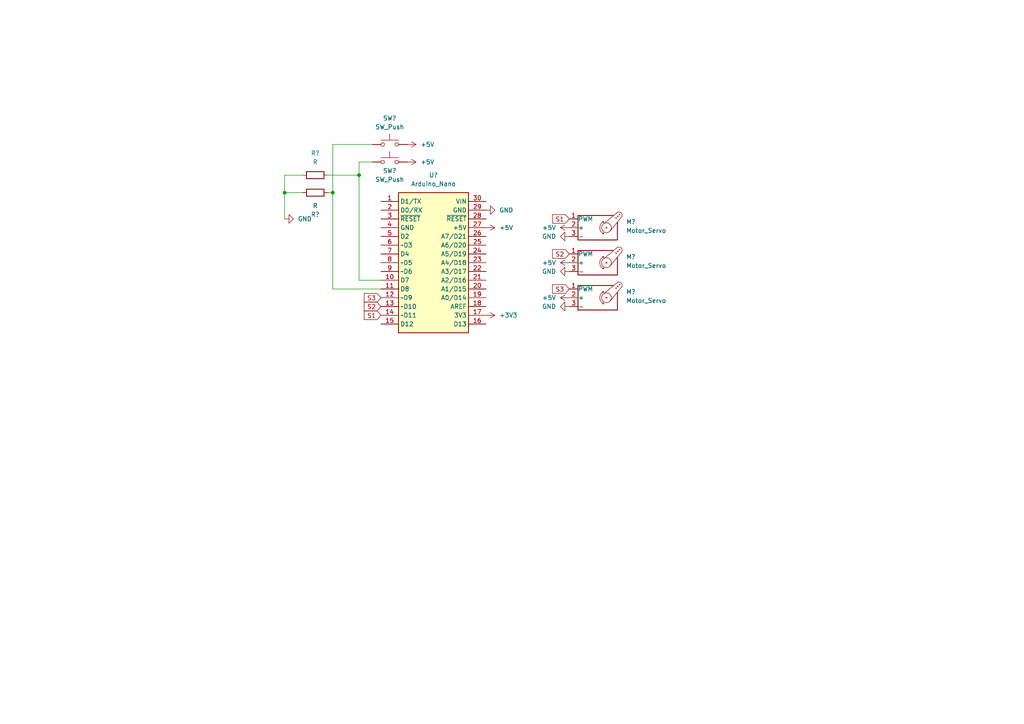
<source format=kicad_sch>
(kicad_sch (version 20211123) (generator eeschema)
  (paper "A4")
  (lib_symbols
    (symbol "Arduino:Arduino_Nano"
      (property "Reference" "U" (at -10.16 24.13 0))
      (property "Value" "Arduino_Nano" (at -10.16 22.86 0))
      (symbol "Arduino_Nano_0_1"
        (rectangle (start -10.16 20.32) (end 10.16 -20.32) (stroke (width 0.254)) (fill (type background)))
      )
      (symbol "Arduino_Nano_1_1"
        (pin bidirectional line (at -15.24 17.78 0) (length 5.08) (name "D1/TX") (number "1"))
        (pin bidirectional line (at -15.24 -5.08 0) (length 5.08) (name "D7") (number "10"))
        (pin bidirectional line (at -15.24 -7.62 0) (length 5.08) (name "D8") (number "11"))
        (pin bidirectional line (at -15.24 -10.16 0) (length 5.08) (name "~D9") (number "12"))
        (pin bidirectional line (at -15.24 -12.7 0) (length 5.08) (name "~D10") (number "13"))
        (pin bidirectional line (at -15.24 -15.24 0) (length 5.08) (name "~D11") (number "14"))
        (pin bidirectional line (at -15.24 -17.78 0) (length 5.08) (name "D12") (number "15"))
        (pin bidirectional line (at 15.24 -17.78 180) (length 5.08) (name "D13") (number "16"))
        (pin power_out line (at 15.24 -15.24 180) (length 5.08) (name "3V3") (number "17"))
        (pin input line (at 15.24 -12.7 180) (length 5.08) (name "AREF") (number "18"))
        (pin bidirectional line (at 15.24 -10.16 180) (length 5.08) (name "A0/D14") (number "19"))
        (pin bidirectional line (at -15.24 15.24 0) (length 5.08) (name "D0/RX") (number "2"))
        (pin bidirectional line (at 15.24 -7.62 180) (length 5.08) (name "A1/D15") (number "20"))
        (pin bidirectional line (at 15.24 -5.08 180) (length 5.08) (name "A2/D16") (number "21"))
        (pin bidirectional line (at 15.24 -2.54 180) (length 5.08) (name "A3/D17") (number "22"))
        (pin bidirectional line (at 15.24 0 180) (length 5.08) (name "A4/D18") (number "23"))
        (pin bidirectional line (at 15.24 2.54 180) (length 5.08) (name "A5/D19") (number "24"))
        (pin bidirectional line (at 15.24 5.08 180) (length 5.08) (name "A6/D20") (number "25"))
        (pin bidirectional line (at 15.24 7.62 180) (length 5.08) (name "A7/D21") (number "26"))
        (pin power_out line (at 15.24 10.16 180) (length 5.08) (name "+5V") (number "27"))
        (pin input line (at 15.24 12.7 180) (length 5.08) (name "~{RESET}") (number "28"))
        (pin power_in line (at 15.24 15.24 180) (length 5.08) (name "GND") (number "29"))
        (pin input line (at -15.24 12.7 0) (length 5.08) (name "~{RESET}") (number "3"))
        (pin power_in line (at 15.24 17.78 180) (length 5.08) (name "VIN") (number "30"))
        (pin power_in line (at -15.24 10.16 0) (length 5.08) (name "GND") (number "4"))
        (pin bidirectional line (at -15.24 7.62 0) (length 5.08) (name "D2") (number "5"))
        (pin bidirectional line (at -15.24 5.08 0) (length 5.08) (name "~D3") (number "6"))
        (pin bidirectional line (at -15.24 2.54 0) (length 5.08) (name "D4") (number "7"))
        (pin bidirectional line (at -15.24 0 0) (length 5.08) (name "~D5") (number "8"))
        (pin bidirectional line (at -15.24 -2.54 0) (length 5.08) (name "~D6") (number "9"))
      )
    )
    (symbol "Device:R" (pin_numbers hide) (pin_names (offset 0))
      (property "Reference" "R" (at 2.032 0 90))
      (property "Value" "R" (at 0 0 90))
      (symbol "R_0_1"
        (rectangle (start -1.016 -2.54) (end 1.016 2.54) (stroke (width 0.254)))
      )
      (symbol "R_1_1"
        (pin passive line (at 0 3.81 270) (length 1.27) (name "~") (number "1"))
        (pin passive line (at 0 -3.81 90) (length 1.27) (name "~") (number "2"))
      )
    )
    (symbol "Motor:Motor_Servo" (pin_names (offset 0.0254))
      (property "Reference" "M" (at -5.08 4.445 0))
      (property "Value" "Motor_Servo" (at -5.08 -4.064 0))
      (symbol "Motor_Servo_0_1"
        (polyline (pts (xy 2.413 -1.778) (xy 2.032 -1.778)))
        (polyline (pts (xy 2.413 -1.778) (xy 2.286 -1.397)))
        (polyline (pts (xy 2.413 1.778) (xy 1.905 1.778)))
        (polyline (pts (xy 2.413 1.778) (xy 2.286 1.397)))
        (polyline (pts (xy 6.35 4.445) (xy 2.54 1.27)))
        (polyline (pts (xy 7.62 3.175) (xy 4.191 -1.016)))
        (polyline (pts (xy 5.08 3.556) (xy -5.08 3.556) (xy -5.08 -3.556) (xy 6.35 -3.556) (xy 6.35 1.524)) (stroke (width 0.254)))
        (arc (start 2.413 1.778) (mid 1.2406 0) (end 2.413 -1.778))
        (circle (center 3.175 0) (radius 0.1778))
        (circle (center 3.175 0) (radius 1.4224))
        (circle (center 5.969 2.794) (radius 0.127))
        (circle (center 6.477 3.302) (radius 0.127))
        (circle (center 6.985 3.81) (radius 0.127))
        (arc (start 7.62 3.175) (mid 7.4485 4.2735) (end 6.35 4.445))
      )
      (symbol "Motor_Servo_1_1"
        (pin passive line (at -7.62 2.54 0) (length 2.54) (name "PWM") (number "1"))
        (pin passive line (at -7.62 0 0) (length 2.54) (name "+") (number "2"))
        (pin passive line (at -7.62 -2.54 0) (length 2.54) (name "-") (number "3"))
      )
    )
    (symbol "Switch:SW_Push" (pin_numbers hide) (pin_names (offset 1.016) hide)
      (property "Reference" "SW" (at 1.27 2.54 0))
      (property "Value" "SW_Push" (at 0 -1.524 0))
      (symbol "SW_Push_0_1"
        (circle (center -2.032 0) (radius 0.508))
        (polyline (pts (xy 0 1.27) (xy 0 3.048)))
        (polyline (pts (xy 2.54 1.27) (xy -2.54 1.27)))
        (circle (center 2.032 0) (radius 0.508))
        (pin passive line (at -5.08 0 0) (length 2.54) (name "1") (number "1"))
        (pin passive line (at 5.08 0 180) (length 2.54) (name "2") (number "2"))
      )
    )
    (symbol "power:+3V3" (power) (pin_names (offset 0))
      (property "Value" "+3V3" (at 0 3.556 0))
      (symbol "+3V3_0_1"
        (polyline (pts (xy -0.762 1.27) (xy 0 2.54)))
        (polyline (pts (xy 0 0) (xy 0 2.54)))
        (polyline (pts (xy 0 2.54) (xy 0.762 1.27)))
      )
      (symbol "+3V3_1_1"
        (pin power_in line (at 0 0 90) (length 0) hide (name "+3V3") (number "1"))
      )
    )
    (symbol "power:+5V" (power) (pin_names (offset 0))
      (property "Value" "+5V" (at 0 3.556 0))
      (symbol "+5V_0_1"
        (polyline (pts (xy -0.762 1.27) (xy 0 2.54)))
        (polyline (pts (xy 0 0) (xy 0 2.54)))
        (polyline (pts (xy 0 2.54) (xy 0.762 1.27)))
      )
      (symbol "+5V_1_1"
        (pin power_in line (at 0 0 90) (length 0) hide (name "+5V") (number "1"))
      )
    )
    (symbol "power:GND" (power) (pin_names (offset 0))
      (property "Value" "GND" (at 0 -3.81 0))
      (symbol "GND_0_1"
        (polyline (pts (xy 0 0) (xy 0 -1.27) (xy 1.27 -1.27) (xy 0 -2.54) (xy -1.27 -1.27) (xy 0 -1.27)))
      )
      (symbol "GND_1_1"
        (pin power_in line (at 0 0 270) (length 0) hide (name "GND") (number "1"))
      )
    )
  )
  (junction (at 82.55 55.88))
  (junction (at 96.52 55.88))
  (junction (at 104.14 50.8))
  (wire (pts (xy 104.14 50.8) (xy 104.14 46.99)))
  (wire (pts (xy 96.52 83.82) (xy 96.52 55.88)))
  (wire (pts (xy 82.55 55.88) (xy 87.63 55.88)))
  (wire (pts (xy 82.55 50.8) (xy 82.55 55.88)))
  (wire (pts (xy 82.55 55.88) (xy 82.55 63.5)))
  (wire (pts (xy 96.52 41.91) (xy 107.95 41.91)))
  (wire (pts (xy 95.25 50.8) (xy 104.14 50.8)))
  (wire (pts (xy 104.14 81.28) (xy 104.14 50.8)))
  (wire (pts (xy 95.25 55.88) (xy 96.52 55.88)))
  (wire (pts (xy 87.63 50.8) (xy 82.55 50.8)))
  (wire (pts (xy 104.14 46.99) (xy 107.95 46.99)))
  (wire (pts (xy 96.52 41.91) (xy 96.52 55.88)))
  (wire (pts (xy 110.49 83.82) (xy 96.52 83.82)))
  (wire (pts (xy 110.49 81.28) (xy 104.14 81.28)))
  (global_label "S2" (shape input) (at 165.1 73.66 180) (property "シート間のリファレンス" "${INTERSHEET_REFS}" (effects hide)))
  (global_label "S1" (shape input) (at 165.1 63.5 180) (property "シート間のリファレンス" "${INTERSHEET_REFS}" (effects hide)))
  (global_label "S3" (shape input) (at 110.49 86.36 180) (property "シート間のリファレンス" "${INTERSHEET_REFS}" (effects hide)))
  (global_label "S1" (shape input) (at 110.49 91.44 180) (property "シート間のリファレンス" "${INTERSHEET_REFS}" (effects hide)))
  (global_label "S3" (shape input) (at 165.1 83.82 180) (property "シート間のリファレンス" "${INTERSHEET_REFS}" (effects hide)))
  (global_label "S2" (shape input) (at 110.49 88.9 180) (property "シート間のリファレンス" "${INTERSHEET_REFS}" (effects hide)))
  (symbol (lib_id "Arduino:Arduino_Nano") (at 125.73 76.2 0) (unit 1)
    (property "Reference" "U?" (at 125.73 50.8 0))
    (property "Value" "Arduino_Nano" (at 125.73 53.34 0))
    (property "Footprint" "Arduino:Arduino_Nano" (effects hide))
    (property "Datasheet" "https://store.arduino.cc/usa/arduino-nano" (effects hide))
  )
  (symbol (lib_id "Switch:SW_Push") (at 113.03 46.99 0) (unit 1)
    (property "Reference" "SW?" (at 113.03 49.53 0))
    (property "Value" "SW_Push" (at 113.03 52.07 0))
  )
  (symbol (lib_id "Switch:SW_Push") (at 113.03 41.91 0) (unit 1)
    (property "Reference" "SW?" (at 113.03 34.29 0))
    (property "Value" "SW_Push" (at 113.03 36.83 0))
  )
  (symbol (lib_id "Motor:Motor_Servo") (at 172.72 66.04 0) (unit 1)
    (property "Reference" "M?" (at 181.61 64.3365 0) (effects (justify left)))
    (property "Value" "Motor_Servo" (at 181.61 66.8765 0) (effects (justify left)))
    (property "Datasheet" "http://forums.parallax.com/uploads/attachments/46831/74481.png" (effects hide))
  )
  (symbol (lib_id "Device:R") (at 91.44 55.88 90) (unit 1)
    (property "Reference" "R?" (at 91.44 62.23 90))
    (property "Value" "R" (at 91.44 59.69 90))
  )
  (symbol (lib_id "power:+5V") (at 140.97 66.04 270) (unit 1)
    (property "Reference" "#PWR?" (effects hide))
    (property "Value" "+5V" (at 144.78 66.0399 90) (effects (justify left)))
  )
  (symbol (lib_id "power:+3V3") (at 140.97 91.44 270) (unit 1)
    (property "Reference" "#PWR?" (effects hide))
    (property "Value" "+3V3" (at 144.78 91.4399 90) (effects (justify left)))
  )
  (symbol (lib_id "Motor:Motor_Servo") (at 172.72 76.2 0) (unit 1)
    (property "Reference" "M?" (at 181.61 74.4965 0) (effects (justify left)))
    (property "Value" "Motor_Servo" (at 181.61 77.0365 0) (effects (justify left)))
    (property "Datasheet" "http://forums.parallax.com/uploads/attachments/46831/74481.png" (effects hide))
  )
  (symbol (lib_id "Device:R") (at 91.44 50.8 90) (unit 1)
    (property "Reference" "R?" (at 91.44 44.45 90))
    (property "Value" "R" (at 91.44 46.99 90))
  )
  (symbol (lib_id "power:GND") (at 82.55 63.5 90) (unit 1)
    (property "Reference" "#PWR?" (effects hide))
    (property "Value" "GND" (at 86.36 63.4999 90) (effects (justify right)))
  )
  (symbol (lib_id "power:+5V") (at 165.1 86.36 90) (unit 1)
    (property "Reference" "#PWR?" (effects hide))
    (property "Value" "+5V" (at 161.29 86.3599 90) (effects (justify left)))
  )
  (symbol (lib_id "power:+5V") (at 118.11 46.99 270) (unit 1)
    (property "Reference" "#PWR?" (effects hide))
    (property "Value" "+5V" (at 121.92 46.9899 90) (effects (justify left)))
  )
  (symbol (lib_id "power:GND") (at 165.1 78.74 270) (unit 1)
    (property "Reference" "#PWR?" (effects hide))
    (property "Value" "GND" (at 161.29 78.7399 90) (effects (justify right)))
  )
  (symbol (lib_id "power:GND") (at 165.1 68.58 270) (unit 1)
    (property "Reference" "#PWR?" (effects hide))
    (property "Value" "GND" (at 161.29 68.5799 90) (effects (justify right)))
  )
  (symbol (lib_id "power:+5V") (at 165.1 66.04 90) (unit 1)
    (property "Reference" "#PWR?" (effects hide))
    (property "Value" "+5V" (at 161.29 66.0399 90) (effects (justify left)))
  )
  (symbol (lib_id "power:GND") (at 165.1 88.9 270) (unit 1)
    (property "Reference" "#PWR?" (effects hide))
    (property "Value" "GND" (at 161.29 88.8999 90) (effects (justify right)))
  )
  (symbol (lib_id "power:+5V") (at 165.1 76.2 90) (unit 1)
    (property "Reference" "#PWR?" (effects hide))
    (property "Value" "+5V" (at 161.29 76.1999 90) (effects (justify left)))
  )
  (symbol (lib_id "Motor:Motor_Servo") (at 172.72 86.36 0) (unit 1)
    (property "Reference" "M?" (at 181.61 84.6565 0) (effects (justify left)))
    (property "Value" "Motor_Servo" (at 181.61 87.1965 0) (effects (justify left)))
    (property "Datasheet" "http://forums.parallax.com/uploads/attachments/46831/74481.png" (effects hide))
  )
  (symbol (lib_id "power:GND") (at 140.97 60.96 90) (unit 1)
    (property "Reference" "#PWR?" (effects hide))
    (property "Value" "GND" (at 144.78 60.9599 90) (effects (justify right)))
  )
  (symbol (lib_id "power:+5V") (at 118.11 41.91 270) (unit 1)
    (property "Reference" "#PWR?" (effects hide))
    (property "Value" "+5V" (at 121.92 41.9099 90) (effects (justify left)))
  )
)
</source>
